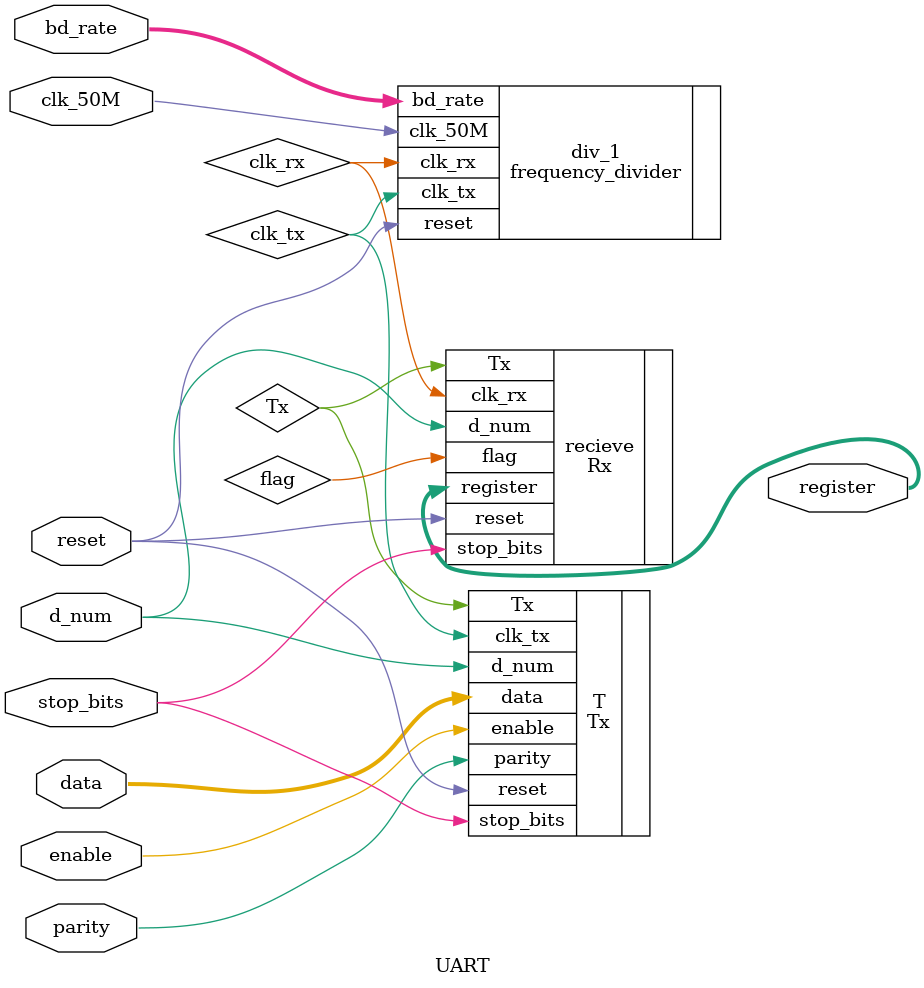
<source format=v>
module UART  (
input wire clk_50M ,d_num,reset,enable,parity,stop_bits,
input wire [1:0] bd_rate, 
input wire [7:0] data,
output reg [7:0] register 
//output reg flag,
//output reg [27:0] rate
//output reg [1:0] Recieving,sending 
);
wire flag;
reg Tx_reg;
wire Tx;
frequency_divider div_1 
      ( 
      
      .clk_50M(clk_50M) 
      ,.clk_tx(clk_tx)  
      ,.clk_rx(clk_rx)
      ,.bd_rate(bd_rate)
      ,.reset(reset)
      );

//Digital_Clock cl (.clk_1Hz(clk_1Hz),.reset(reset));
Tx T(
      .clk_tx(clk_tx)
      ,.enable(enable)
      ,.d_num(d_num)
      ,.data(data)
      ,.reset(reset)
      ,.Tx(Tx)
      ,.parity(parity)
      ,.stop_bits(stop_bits)
    );

Rx recieve   
      (
        .clk_rx(clk_rx)
        ,.reset(reset)
        ,.d_num(d_num)
        ,.stop_bits(stop_bits)
        ,.Tx(Tx)
        ,.flag(flag)
        ,.register(register)
      );
//assign Tx = Tx_reg;
endmodule 
/*
module frequency_divider (
input clk_50M,reset,
input reg [1:0]bd_rate , 
output reg clkrx,clktx );    

reg [27:0]counterrx=0;
reg [27:0]countertx=0;
reg [27:0] rate;

initial rate =0;

parameter cycle1=50000000/12500000; 
parameter cycle2=50000000/38400;
parameter cycle3=50000000/76800;
parameter cycle4=50000000/153600;
initial begin
   clkrx=0;
end
always@(posedge clk_50M)
   begin    
       case (bd_rate)
       2'b00: rate= cycle1;
       2'b01: rate= cycle2;
       2'b10: rate= cycle2;
       2'b11: rate= cycle3;
       default rate=4;
   endcase 
end 
always @(posedge clk_50M)
begin 
  if (counterrx==rate)begin
     counterrx=0;
     clkrx=1;
end
  else begin 
   counterrx=counterrx+1;
   clkrx=0;
end
end 

initial begin 
	clktx=0;
end
always @(posedge clk_50M)
begin 
if (countertx==rate*16)begin
   	countertx=0;
   	clktx=1;
	end
  else begin
   countertx=countertx+1;
   clktx=0;
end
end
endmodule


/*initial begin 
 clk_1Hz <= 0;
 counter <= 0;
end
always@(posedge reset or posedge clk_50M)
begin
    if (reset == 1'b1)
        begin
            clk_1Hz <= 0;
            counter <= 0;
        end
    else
        begin
            counter <= counter + 1;
            if ( counter == 25_000_000)
                begin
                    counter <= 0;
                    clk_1Hz <= ~clk_1Hz;
                end
        end
end
endmodule


/*module Digital_Clock(     
    seconds,
    minutes,
    hours,days,months);


    wire clk_1Hz;  
    wire reset ;
 
    output [5:0] seconds;
    output [5:0] minutes;
    output [4:0] hours;
    output [4:0] days;
    output [3:0] months;

    reg [5:0] seconds;
    reg [5:0] minutes;
    reg [4:0] hours; 
    reg [4:0] days;
    reg [3:0] months;

    always @(posedge(clk_1Hz) or posedge(reset))
    begin
        if(reset == 1'b1) begin  
            seconds = 0;
            minutes = 0;
            hours = 0; 
            days = 1;
            months = 1 ; end
        else if(clk_1Hz == 1'b1) begin  
            seconds = seconds + 1; 
            if(seconds == 60) begin 
                seconds = 0;  
                minutes = minutes + 1; 
            if(minutes == 60) begin 
                    minutes = 0;  
                    hours = hours + 1; 
             if(hours ==  24) begin  
                     hours = 0;
                     days= days +1 ; 
              if (days==30)
                      days=1 ;
                     months = months +1 ;
              if (months ==12)
                        months = 1;
 end 
   end
    end     
 end
    end     

endmodule
/*
module Tx( input d_num ,reset,enable,clktx,input [7:0] data ,output reg Tx,
           output reg [1:0] sending );


reg [4:0] num_of_count;

always@(posedge clktx  or posedge reset )
begin 
 if (reset)begin 
           num_of_count=0;
	   sending =2'b00;
           Tx=1;
end  
else begin

       case (sending)
    2'b00: if (enable) begin      //ideal state
              Tx =0;
              sending=2'b01;
            end
           else 
               sending =2'b00;
      
    2'b01:
	   if (num_of_count ==7&&d_num ==0 ||num_of_count==8&&d_num ==1)begin
              Tx=1;
              num_of_count=0;
              sending=2'b10;
           end 
  	  else if (clktx ==1)
	   begin
		Tx=data[num_of_count];
		num_of_count=num_of_count+1;
	 	sending=2'b01;
	    end
	 else 
		sending=2'b01;				 
           
    2'b10: if (clktx ==1 && Tx==1)   //stop
               sending=2'b00;
           else 
               sending=2'b01;
    endcase
end 
end
endmodule

module RxX ( input clkrx,reset,d_num,Tx,output reg flag,output reg [1:0]receving  );

reg [4:0] counter ;
reg [7:0] register ;
reg [4:0] num_of_count;


always@(posedge clkrx)
begin 
 
 if (counter ==16)begin 
            counter =0;
            num_of_count=num_of_count+1;
 end
       else 
            counter = counter +1;

end 

always@(posedge clkrx or posedge reset)
begin
if (reset) begin
 counter =5'b00000;
receving =2'b00;
register =8'b0;
num_of_count=0;
flag=0;
end  

       case (receving )
    2'b00: if (Tx) begin              //ideal state
              receving =2'b00;
end
           else 
               receving =2'b01; 
           
    2'b01: if (counter ==8 && Tx==0) begin  //start state 
              receving =2'b10;
               counter =0;
end
           else 
              receving =2'b01;
          
    2'b10: if (counter ==16 ) begin            //receving and storing data 
               register ={register [7:1],Tx};
           if (num_of_count ==7 &&d_num==0 || num_of_count ==8&& d_num==1) 
               num_of_count=0;     
               
  end
 
              
   
     2'b11:   if ( counter==16 &&Tx==1)        //stop state
	      begin
              receving =2'b00;
	      flag=1;
	      end
        
          
endcase            
end 
endmodule*/ 
</source>
